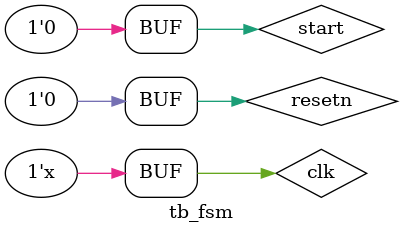
<source format=sv>
 module tb_fsm;
   logic start,clk,resetn,reset,load,enable; 
   
   
   always   #5 clk=~clk;
   
   
   fsm U1(start,clk,resetn,reset,load,enable);
  
   initial begin
     
     clk=0;
     start=0;
     resetn=0;
     #10 start=1;resetn=1;
     #10 start=0;
     #10 resetn=0;
     

    
   end
   

  
endmodule

</source>
